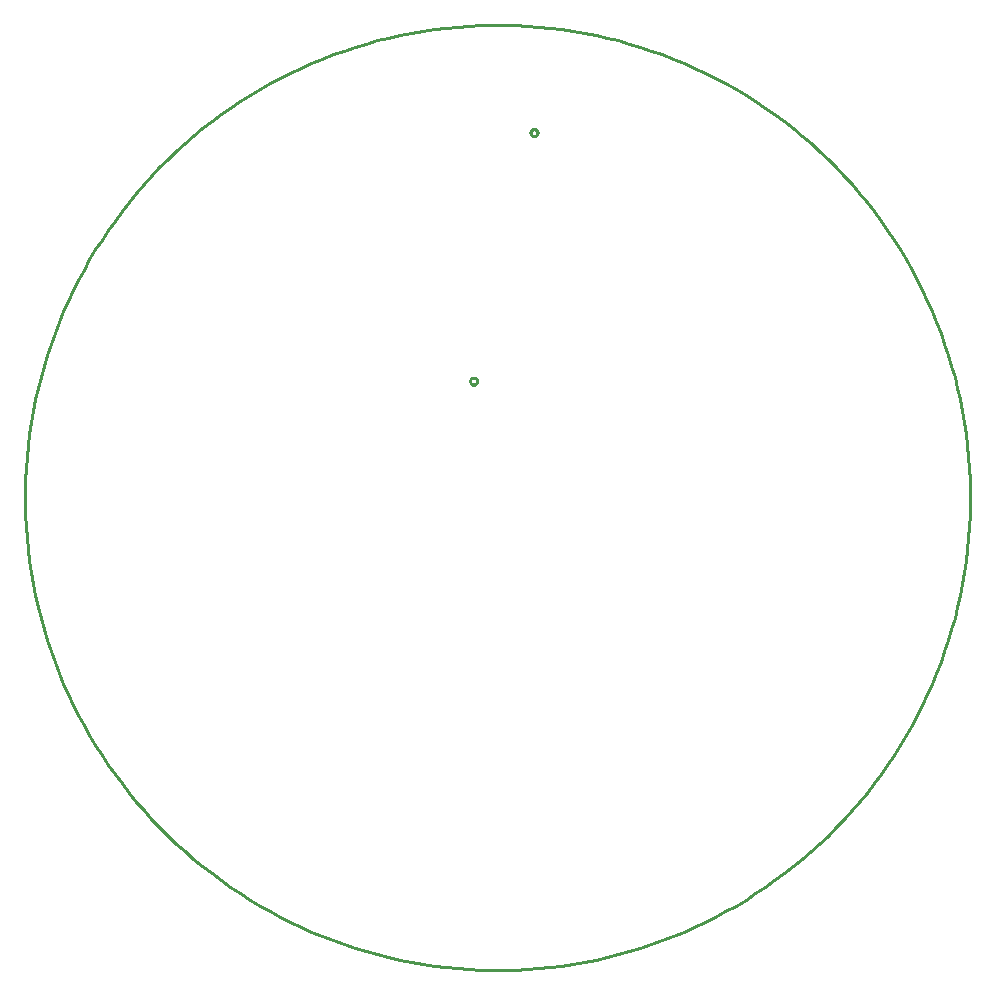
<source format=gbr>
G04 EAGLE Gerber RS-274X export*
G75*
%MOMM*%
%FSLAX34Y34*%
%LPD*%
%IN*%
%IPPOS*%
%AMOC8*
5,1,8,0,0,1.08239X$1,22.5*%
G01*
%ADD10C,0.254000*%


D10*
X800000Y395091D02*
X800000Y404909D01*
X799759Y414724D01*
X799277Y424530D01*
X798555Y434322D01*
X797593Y444092D01*
X796391Y453836D01*
X794950Y463548D01*
X793272Y473221D01*
X791356Y482851D01*
X789205Y492430D01*
X786820Y501954D01*
X784201Y511416D01*
X781351Y520811D01*
X778271Y530134D01*
X774964Y539378D01*
X771430Y548538D01*
X767673Y557609D01*
X763695Y566584D01*
X759497Y575460D01*
X755083Y584229D01*
X750454Y592888D01*
X745615Y601431D01*
X740568Y609852D01*
X735315Y618146D01*
X729861Y626310D01*
X724207Y634337D01*
X718359Y642223D01*
X712318Y649963D01*
X706090Y657552D01*
X699677Y664986D01*
X693084Y672261D01*
X686314Y679372D01*
X679372Y686314D01*
X672261Y693084D01*
X664986Y699677D01*
X657552Y706090D01*
X649963Y712318D01*
X642223Y718359D01*
X634337Y724207D01*
X626310Y729861D01*
X618146Y735315D01*
X609852Y740568D01*
X601431Y745615D01*
X592888Y750454D01*
X584229Y755083D01*
X575460Y759497D01*
X566584Y763695D01*
X557609Y767673D01*
X548538Y771430D01*
X539378Y774964D01*
X530134Y778271D01*
X520811Y781351D01*
X511416Y784201D01*
X501954Y786820D01*
X492430Y789205D01*
X482851Y791356D01*
X473221Y793272D01*
X463548Y794950D01*
X453836Y796391D01*
X444092Y797593D01*
X434322Y798555D01*
X424530Y799277D01*
X414724Y799759D01*
X404909Y800000D01*
X395091Y800000D01*
X385276Y799759D01*
X375470Y799277D01*
X365679Y798555D01*
X355908Y797593D01*
X346164Y796391D01*
X336452Y794950D01*
X326779Y793272D01*
X317149Y791356D01*
X307570Y789205D01*
X298046Y786820D01*
X288584Y784201D01*
X279189Y781351D01*
X269866Y778271D01*
X260622Y774964D01*
X251462Y771430D01*
X242391Y767673D01*
X233416Y763695D01*
X224540Y759497D01*
X215771Y755083D01*
X207112Y750454D01*
X198569Y745615D01*
X190148Y740568D01*
X181854Y735315D01*
X173690Y729861D01*
X165663Y724207D01*
X157777Y718359D01*
X150037Y712318D01*
X142448Y706090D01*
X135014Y699677D01*
X127739Y693084D01*
X120628Y686314D01*
X113686Y679372D01*
X106916Y672261D01*
X100323Y664986D01*
X93910Y657552D01*
X87682Y649963D01*
X81641Y642223D01*
X75793Y634337D01*
X70139Y626310D01*
X64685Y618146D01*
X59432Y609852D01*
X54385Y601431D01*
X49546Y592888D01*
X44917Y584229D01*
X40503Y575460D01*
X36305Y566584D01*
X32327Y557609D01*
X28570Y548538D01*
X25036Y539378D01*
X21729Y530134D01*
X18649Y520811D01*
X15799Y511416D01*
X13180Y501954D01*
X10795Y492430D01*
X8644Y482851D01*
X6728Y473221D01*
X5050Y463548D01*
X3609Y453836D01*
X2407Y444092D01*
X1445Y434322D01*
X723Y424530D01*
X241Y414724D01*
X0Y404909D01*
X0Y395091D01*
X241Y385276D01*
X723Y375470D01*
X1445Y365679D01*
X2407Y355908D01*
X3609Y346164D01*
X5050Y336452D01*
X6728Y326779D01*
X8644Y317149D01*
X10795Y307570D01*
X13180Y298046D01*
X15799Y288584D01*
X18649Y279189D01*
X21729Y269866D01*
X25036Y260622D01*
X28570Y251462D01*
X32327Y242391D01*
X36305Y233416D01*
X40503Y224540D01*
X44917Y215771D01*
X49546Y207112D01*
X54385Y198569D01*
X59432Y190148D01*
X64685Y181854D01*
X70139Y173690D01*
X75793Y165663D01*
X81641Y157777D01*
X87682Y150037D01*
X93910Y142448D01*
X100323Y135014D01*
X106916Y127739D01*
X113686Y120628D01*
X120628Y113686D01*
X127739Y106916D01*
X135014Y100323D01*
X142448Y93910D01*
X150037Y87682D01*
X157777Y81641D01*
X165663Y75793D01*
X173690Y70139D01*
X181854Y64685D01*
X190148Y59432D01*
X198569Y54385D01*
X207112Y49546D01*
X215771Y44917D01*
X224540Y40503D01*
X233416Y36305D01*
X242391Y32327D01*
X251462Y28570D01*
X260622Y25036D01*
X269866Y21729D01*
X279189Y18649D01*
X288584Y15799D01*
X298046Y13180D01*
X307570Y10795D01*
X317149Y8644D01*
X326779Y6728D01*
X336452Y5050D01*
X346164Y3609D01*
X355908Y2407D01*
X365679Y1445D01*
X375470Y723D01*
X385276Y241D01*
X395091Y0D01*
X404909Y0D01*
X414724Y241D01*
X424530Y723D01*
X434322Y1445D01*
X444092Y2407D01*
X453836Y3609D01*
X463548Y5050D01*
X473221Y6728D01*
X482851Y8644D01*
X492430Y10795D01*
X501954Y13180D01*
X511416Y15799D01*
X520811Y18649D01*
X530134Y21729D01*
X539378Y25036D01*
X548538Y28570D01*
X557609Y32327D01*
X566584Y36305D01*
X575460Y40503D01*
X584229Y44917D01*
X592888Y49546D01*
X601431Y54385D01*
X609852Y59432D01*
X618146Y64685D01*
X626310Y70139D01*
X634337Y75793D01*
X642223Y81641D01*
X649963Y87682D01*
X657552Y93910D01*
X664986Y100323D01*
X672261Y106916D01*
X679372Y113686D01*
X686314Y120628D01*
X693084Y127739D01*
X699677Y135014D01*
X706090Y142448D01*
X712318Y150037D01*
X718359Y157777D01*
X724207Y165663D01*
X729861Y173690D01*
X735315Y181854D01*
X740568Y190148D01*
X745615Y198569D01*
X750454Y207112D01*
X755083Y215771D01*
X759497Y224540D01*
X763695Y233416D01*
X767673Y242391D01*
X771430Y251462D01*
X774964Y260622D01*
X778271Y269866D01*
X781351Y279189D01*
X784201Y288584D01*
X786820Y298046D01*
X789205Y307570D01*
X791356Y317149D01*
X793272Y326779D01*
X794950Y336452D01*
X796391Y346164D01*
X797593Y355908D01*
X798555Y365679D01*
X799277Y375470D01*
X799759Y385276D01*
X800000Y395091D01*
X382627Y498191D02*
X382554Y497725D01*
X382408Y497276D01*
X382193Y496855D01*
X381916Y496473D01*
X381582Y496139D01*
X381200Y495861D01*
X380779Y495647D01*
X380330Y495501D01*
X379864Y495427D01*
X379391Y495427D01*
X378925Y495501D01*
X378476Y495647D01*
X378055Y495861D01*
X377673Y496139D01*
X377339Y496473D01*
X377062Y496855D01*
X376847Y497276D01*
X376701Y497725D01*
X376627Y498191D01*
X376627Y498663D01*
X376701Y499130D01*
X376847Y499579D01*
X377062Y500000D01*
X377339Y500382D01*
X377673Y500716D01*
X378055Y500993D01*
X378476Y501207D01*
X378925Y501353D01*
X379391Y501427D01*
X379864Y501427D01*
X380330Y501353D01*
X380779Y501207D01*
X381200Y500993D01*
X381582Y500716D01*
X381916Y500382D01*
X382193Y500000D01*
X382408Y499579D01*
X382554Y499130D01*
X382627Y498663D01*
X382627Y498191D01*
X433811Y708574D02*
X433737Y708108D01*
X433591Y707659D01*
X433377Y707238D01*
X433099Y706856D01*
X432765Y706522D01*
X432383Y706245D01*
X431962Y706030D01*
X431513Y705884D01*
X431047Y705811D01*
X430575Y705811D01*
X430108Y705884D01*
X429659Y706030D01*
X429238Y706245D01*
X428856Y706522D01*
X428523Y706856D01*
X428245Y707238D01*
X428031Y707659D01*
X427885Y708108D01*
X427811Y708574D01*
X427811Y709047D01*
X427885Y709513D01*
X428031Y709962D01*
X428245Y710383D01*
X428523Y710765D01*
X428856Y711099D01*
X429238Y711376D01*
X429659Y711591D01*
X430108Y711737D01*
X430575Y711811D01*
X431047Y711811D01*
X431513Y711737D01*
X431962Y711591D01*
X432383Y711376D01*
X432765Y711099D01*
X433099Y710765D01*
X433377Y710383D01*
X433591Y709962D01*
X433737Y709513D01*
X433811Y709047D01*
X433811Y708574D01*
M02*

</source>
